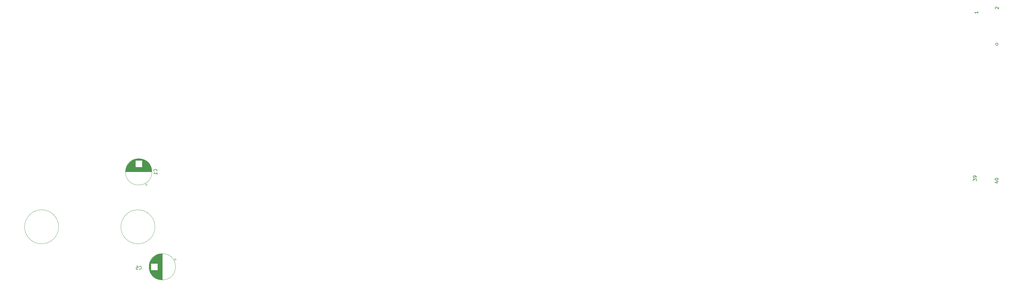
<source format=gbr>
%TF.GenerationSoftware,KiCad,Pcbnew,5.1.7-a382d34a8~88~ubuntu18.04.1*%
%TF.CreationDate,2021-04-28T22:46:48-04:00*%
%TF.ProjectId,coco2,636f636f-322e-46b6-9963-61645f706362,1.0.1*%
%TF.SameCoordinates,Original*%
%TF.FileFunction,Legend,Bot*%
%TF.FilePolarity,Positive*%
%FSLAX46Y46*%
G04 Gerber Fmt 4.6, Leading zero omitted, Abs format (unit mm)*
G04 Created by KiCad (PCBNEW 5.1.7-a382d34a8~88~ubuntu18.04.1) date 2021-04-28 22:46:48*
%MOMM*%
%LPD*%
G01*
G04 APERTURE LIST*
%ADD10C,0.120000*%
%ADD11C,0.152400*%
%ADD12C,0.150000*%
G04 APERTURE END LIST*
D10*
X66565073Y-128250000D02*
G75*
G03*
X66565073Y-128250000I-5315073J0D01*
G01*
X36565073Y-128250000D02*
G75*
G03*
X36565073Y-128250000I-5315073J0D01*
G01*
D11*
%TO.C,J6*%
X329201000Y-71255000D02*
G75*
G03*
X329201000Y-71255000I-381000J0D01*
G01*
D10*
%TO.C,C1*%
X65610000Y-111080000D02*
G75*
G03*
X65610000Y-111080000I-4120000J0D01*
G01*
X65570000Y-111080000D02*
X57410000Y-111080000D01*
X65570000Y-111040000D02*
X57410000Y-111040000D01*
X65570000Y-111000000D02*
X57410000Y-111000000D01*
X65569000Y-110960000D02*
X57411000Y-110960000D01*
X65567000Y-110920000D02*
X57413000Y-110920000D01*
X65566000Y-110880000D02*
X57414000Y-110880000D01*
X65564000Y-110840000D02*
X57416000Y-110840000D01*
X65561000Y-110800000D02*
X57419000Y-110800000D01*
X65558000Y-110760000D02*
X57422000Y-110760000D01*
X65555000Y-110720000D02*
X57425000Y-110720000D01*
X65551000Y-110680000D02*
X57429000Y-110680000D01*
X65547000Y-110640000D02*
X57433000Y-110640000D01*
X65542000Y-110600000D02*
X57438000Y-110600000D01*
X65538000Y-110560000D02*
X57442000Y-110560000D01*
X65532000Y-110520000D02*
X57448000Y-110520000D01*
X65527000Y-110480000D02*
X57453000Y-110480000D01*
X65520000Y-110440000D02*
X57460000Y-110440000D01*
X65514000Y-110400000D02*
X57466000Y-110400000D01*
X65507000Y-110359000D02*
X57473000Y-110359000D01*
X65500000Y-110319000D02*
X57480000Y-110319000D01*
X65492000Y-110279000D02*
X57488000Y-110279000D01*
X65484000Y-110239000D02*
X57496000Y-110239000D01*
X65475000Y-110199000D02*
X57505000Y-110199000D01*
X65466000Y-110159000D02*
X57514000Y-110159000D01*
X65457000Y-110119000D02*
X57523000Y-110119000D01*
X65447000Y-110079000D02*
X57533000Y-110079000D01*
X65437000Y-110039000D02*
X57543000Y-110039000D01*
X65426000Y-109999000D02*
X57554000Y-109999000D01*
X65415000Y-109959000D02*
X57565000Y-109959000D01*
X65404000Y-109919000D02*
X57576000Y-109919000D01*
X65392000Y-109879000D02*
X57588000Y-109879000D01*
X65379000Y-109839000D02*
X57601000Y-109839000D01*
X65367000Y-109799000D02*
X57613000Y-109799000D01*
X65353000Y-109759000D02*
X57627000Y-109759000D01*
X65340000Y-109719000D02*
X57640000Y-109719000D01*
X65325000Y-109679000D02*
X57655000Y-109679000D01*
X65311000Y-109639000D02*
X57669000Y-109639000D01*
X65295000Y-109599000D02*
X62530000Y-109599000D01*
X60450000Y-109599000D02*
X57685000Y-109599000D01*
X65280000Y-109559000D02*
X62530000Y-109559000D01*
X60450000Y-109559000D02*
X57700000Y-109559000D01*
X65264000Y-109519000D02*
X62530000Y-109519000D01*
X60450000Y-109519000D02*
X57716000Y-109519000D01*
X65247000Y-109479000D02*
X62530000Y-109479000D01*
X60450000Y-109479000D02*
X57733000Y-109479000D01*
X65230000Y-109439000D02*
X62530000Y-109439000D01*
X60450000Y-109439000D02*
X57750000Y-109439000D01*
X65212000Y-109399000D02*
X62530000Y-109399000D01*
X60450000Y-109399000D02*
X57768000Y-109399000D01*
X65194000Y-109359000D02*
X62530000Y-109359000D01*
X60450000Y-109359000D02*
X57786000Y-109359000D01*
X65176000Y-109319000D02*
X62530000Y-109319000D01*
X60450000Y-109319000D02*
X57804000Y-109319000D01*
X65156000Y-109279000D02*
X62530000Y-109279000D01*
X60450000Y-109279000D02*
X57824000Y-109279000D01*
X65137000Y-109239000D02*
X62530000Y-109239000D01*
X60450000Y-109239000D02*
X57843000Y-109239000D01*
X65117000Y-109199000D02*
X62530000Y-109199000D01*
X60450000Y-109199000D02*
X57863000Y-109199000D01*
X65096000Y-109159000D02*
X62530000Y-109159000D01*
X60450000Y-109159000D02*
X57884000Y-109159000D01*
X65074000Y-109119000D02*
X62530000Y-109119000D01*
X60450000Y-109119000D02*
X57906000Y-109119000D01*
X65052000Y-109079000D02*
X62530000Y-109079000D01*
X60450000Y-109079000D02*
X57928000Y-109079000D01*
X65030000Y-109039000D02*
X62530000Y-109039000D01*
X60450000Y-109039000D02*
X57950000Y-109039000D01*
X65007000Y-108999000D02*
X62530000Y-108999000D01*
X60450000Y-108999000D02*
X57973000Y-108999000D01*
X64983000Y-108959000D02*
X62530000Y-108959000D01*
X60450000Y-108959000D02*
X57997000Y-108959000D01*
X64959000Y-108919000D02*
X62530000Y-108919000D01*
X60450000Y-108919000D02*
X58021000Y-108919000D01*
X64934000Y-108879000D02*
X62530000Y-108879000D01*
X60450000Y-108879000D02*
X58046000Y-108879000D01*
X64908000Y-108839000D02*
X62530000Y-108839000D01*
X60450000Y-108839000D02*
X58072000Y-108839000D01*
X64882000Y-108799000D02*
X62530000Y-108799000D01*
X60450000Y-108799000D02*
X58098000Y-108799000D01*
X64855000Y-108759000D02*
X62530000Y-108759000D01*
X60450000Y-108759000D02*
X58125000Y-108759000D01*
X64828000Y-108719000D02*
X62530000Y-108719000D01*
X60450000Y-108719000D02*
X58152000Y-108719000D01*
X64799000Y-108679000D02*
X62530000Y-108679000D01*
X60450000Y-108679000D02*
X58181000Y-108679000D01*
X64770000Y-108639000D02*
X62530000Y-108639000D01*
X60450000Y-108639000D02*
X58210000Y-108639000D01*
X64740000Y-108599000D02*
X62530000Y-108599000D01*
X60450000Y-108599000D02*
X58240000Y-108599000D01*
X64710000Y-108559000D02*
X62530000Y-108559000D01*
X60450000Y-108559000D02*
X58270000Y-108559000D01*
X64679000Y-108519000D02*
X62530000Y-108519000D01*
X60450000Y-108519000D02*
X58301000Y-108519000D01*
X64646000Y-108479000D02*
X62530000Y-108479000D01*
X60450000Y-108479000D02*
X58334000Y-108479000D01*
X64614000Y-108439000D02*
X62530000Y-108439000D01*
X60450000Y-108439000D02*
X58366000Y-108439000D01*
X64580000Y-108399000D02*
X62530000Y-108399000D01*
X60450000Y-108399000D02*
X58400000Y-108399000D01*
X64545000Y-108359000D02*
X62530000Y-108359000D01*
X60450000Y-108359000D02*
X58435000Y-108359000D01*
X64509000Y-108319000D02*
X62530000Y-108319000D01*
X60450000Y-108319000D02*
X58471000Y-108319000D01*
X64473000Y-108279000D02*
X62530000Y-108279000D01*
X60450000Y-108279000D02*
X58507000Y-108279000D01*
X64435000Y-108239000D02*
X62530000Y-108239000D01*
X60450000Y-108239000D02*
X58545000Y-108239000D01*
X64397000Y-108199000D02*
X62530000Y-108199000D01*
X60450000Y-108199000D02*
X58583000Y-108199000D01*
X64357000Y-108159000D02*
X62530000Y-108159000D01*
X60450000Y-108159000D02*
X58623000Y-108159000D01*
X64316000Y-108119000D02*
X62530000Y-108119000D01*
X60450000Y-108119000D02*
X58664000Y-108119000D01*
X64274000Y-108079000D02*
X62530000Y-108079000D01*
X60450000Y-108079000D02*
X58706000Y-108079000D01*
X64231000Y-108039000D02*
X62530000Y-108039000D01*
X60450000Y-108039000D02*
X58749000Y-108039000D01*
X64187000Y-107999000D02*
X62530000Y-107999000D01*
X60450000Y-107999000D02*
X58793000Y-107999000D01*
X64141000Y-107959000D02*
X62530000Y-107959000D01*
X60450000Y-107959000D02*
X58839000Y-107959000D01*
X64094000Y-107919000D02*
X62530000Y-107919000D01*
X60450000Y-107919000D02*
X58886000Y-107919000D01*
X64046000Y-107879000D02*
X62530000Y-107879000D01*
X60450000Y-107879000D02*
X58934000Y-107879000D01*
X63995000Y-107839000D02*
X62530000Y-107839000D01*
X60450000Y-107839000D02*
X58985000Y-107839000D01*
X63944000Y-107799000D02*
X62530000Y-107799000D01*
X60450000Y-107799000D02*
X59036000Y-107799000D01*
X63890000Y-107759000D02*
X62530000Y-107759000D01*
X60450000Y-107759000D02*
X59090000Y-107759000D01*
X63835000Y-107719000D02*
X62530000Y-107719000D01*
X60450000Y-107719000D02*
X59145000Y-107719000D01*
X63777000Y-107679000D02*
X62530000Y-107679000D01*
X60450000Y-107679000D02*
X59203000Y-107679000D01*
X63718000Y-107639000D02*
X62530000Y-107639000D01*
X60450000Y-107639000D02*
X59262000Y-107639000D01*
X63656000Y-107599000D02*
X62530000Y-107599000D01*
X60450000Y-107599000D02*
X59324000Y-107599000D01*
X63592000Y-107559000D02*
X62530000Y-107559000D01*
X60450000Y-107559000D02*
X59388000Y-107559000D01*
X63524000Y-107519000D02*
X59456000Y-107519000D01*
X63454000Y-107479000D02*
X59526000Y-107479000D01*
X63380000Y-107439000D02*
X59600000Y-107439000D01*
X63303000Y-107399000D02*
X59677000Y-107399000D01*
X63221000Y-107359000D02*
X59759000Y-107359000D01*
X63135000Y-107319000D02*
X59845000Y-107319000D01*
X63042000Y-107279000D02*
X59938000Y-107279000D01*
X62943000Y-107239000D02*
X60037000Y-107239000D01*
X62836000Y-107199000D02*
X60144000Y-107199000D01*
X62719000Y-107159000D02*
X60261000Y-107159000D01*
X62588000Y-107119000D02*
X60392000Y-107119000D01*
X62438000Y-107079000D02*
X60542000Y-107079000D01*
X62258000Y-107039000D02*
X60722000Y-107039000D01*
X62023000Y-106999000D02*
X60957000Y-106999000D01*
X63805000Y-115489698D02*
X63805000Y-114689698D01*
X64205000Y-115089698D02*
X63405000Y-115089698D01*
%TO.C,C5*%
X72829698Y-138005000D02*
X72829698Y-138805000D01*
X73229698Y-138405000D02*
X72429698Y-138405000D01*
X64739000Y-140187000D02*
X64739000Y-141253000D01*
X64779000Y-139952000D02*
X64779000Y-141488000D01*
X64819000Y-139772000D02*
X64819000Y-141668000D01*
X64859000Y-139622000D02*
X64859000Y-141818000D01*
X64899000Y-139491000D02*
X64899000Y-141949000D01*
X64939000Y-139374000D02*
X64939000Y-142066000D01*
X64979000Y-139267000D02*
X64979000Y-142173000D01*
X65019000Y-139168000D02*
X65019000Y-142272000D01*
X65059000Y-139075000D02*
X65059000Y-142365000D01*
X65099000Y-138989000D02*
X65099000Y-142451000D01*
X65139000Y-138907000D02*
X65139000Y-142533000D01*
X65179000Y-138830000D02*
X65179000Y-142610000D01*
X65219000Y-138756000D02*
X65219000Y-142684000D01*
X65259000Y-138686000D02*
X65259000Y-142754000D01*
X65299000Y-141760000D02*
X65299000Y-142822000D01*
X65299000Y-138618000D02*
X65299000Y-139680000D01*
X65339000Y-141760000D02*
X65339000Y-142886000D01*
X65339000Y-138554000D02*
X65339000Y-139680000D01*
X65379000Y-141760000D02*
X65379000Y-142948000D01*
X65379000Y-138492000D02*
X65379000Y-139680000D01*
X65419000Y-141760000D02*
X65419000Y-143007000D01*
X65419000Y-138433000D02*
X65419000Y-139680000D01*
X65459000Y-141760000D02*
X65459000Y-143065000D01*
X65459000Y-138375000D02*
X65459000Y-139680000D01*
X65499000Y-141760000D02*
X65499000Y-143120000D01*
X65499000Y-138320000D02*
X65499000Y-139680000D01*
X65539000Y-141760000D02*
X65539000Y-143174000D01*
X65539000Y-138266000D02*
X65539000Y-139680000D01*
X65579000Y-141760000D02*
X65579000Y-143225000D01*
X65579000Y-138215000D02*
X65579000Y-139680000D01*
X65619000Y-141760000D02*
X65619000Y-143276000D01*
X65619000Y-138164000D02*
X65619000Y-139680000D01*
X65659000Y-141760000D02*
X65659000Y-143324000D01*
X65659000Y-138116000D02*
X65659000Y-139680000D01*
X65699000Y-141760000D02*
X65699000Y-143371000D01*
X65699000Y-138069000D02*
X65699000Y-139680000D01*
X65739000Y-141760000D02*
X65739000Y-143417000D01*
X65739000Y-138023000D02*
X65739000Y-139680000D01*
X65779000Y-141760000D02*
X65779000Y-143461000D01*
X65779000Y-137979000D02*
X65779000Y-139680000D01*
X65819000Y-141760000D02*
X65819000Y-143504000D01*
X65819000Y-137936000D02*
X65819000Y-139680000D01*
X65859000Y-141760000D02*
X65859000Y-143546000D01*
X65859000Y-137894000D02*
X65859000Y-139680000D01*
X65899000Y-141760000D02*
X65899000Y-143587000D01*
X65899000Y-137853000D02*
X65899000Y-139680000D01*
X65939000Y-141760000D02*
X65939000Y-143627000D01*
X65939000Y-137813000D02*
X65939000Y-139680000D01*
X65979000Y-141760000D02*
X65979000Y-143665000D01*
X65979000Y-137775000D02*
X65979000Y-139680000D01*
X66019000Y-141760000D02*
X66019000Y-143703000D01*
X66019000Y-137737000D02*
X66019000Y-139680000D01*
X66059000Y-141760000D02*
X66059000Y-143739000D01*
X66059000Y-137701000D02*
X66059000Y-139680000D01*
X66099000Y-141760000D02*
X66099000Y-143775000D01*
X66099000Y-137665000D02*
X66099000Y-139680000D01*
X66139000Y-141760000D02*
X66139000Y-143810000D01*
X66139000Y-137630000D02*
X66139000Y-139680000D01*
X66179000Y-141760000D02*
X66179000Y-143844000D01*
X66179000Y-137596000D02*
X66179000Y-139680000D01*
X66219000Y-141760000D02*
X66219000Y-143876000D01*
X66219000Y-137564000D02*
X66219000Y-139680000D01*
X66259000Y-141760000D02*
X66259000Y-143909000D01*
X66259000Y-137531000D02*
X66259000Y-139680000D01*
X66299000Y-141760000D02*
X66299000Y-143940000D01*
X66299000Y-137500000D02*
X66299000Y-139680000D01*
X66339000Y-141760000D02*
X66339000Y-143970000D01*
X66339000Y-137470000D02*
X66339000Y-139680000D01*
X66379000Y-141760000D02*
X66379000Y-144000000D01*
X66379000Y-137440000D02*
X66379000Y-139680000D01*
X66419000Y-141760000D02*
X66419000Y-144029000D01*
X66419000Y-137411000D02*
X66419000Y-139680000D01*
X66459000Y-141760000D02*
X66459000Y-144058000D01*
X66459000Y-137382000D02*
X66459000Y-139680000D01*
X66499000Y-141760000D02*
X66499000Y-144085000D01*
X66499000Y-137355000D02*
X66499000Y-139680000D01*
X66539000Y-141760000D02*
X66539000Y-144112000D01*
X66539000Y-137328000D02*
X66539000Y-139680000D01*
X66579000Y-141760000D02*
X66579000Y-144138000D01*
X66579000Y-137302000D02*
X66579000Y-139680000D01*
X66619000Y-141760000D02*
X66619000Y-144164000D01*
X66619000Y-137276000D02*
X66619000Y-139680000D01*
X66659000Y-141760000D02*
X66659000Y-144189000D01*
X66659000Y-137251000D02*
X66659000Y-139680000D01*
X66699000Y-141760000D02*
X66699000Y-144213000D01*
X66699000Y-137227000D02*
X66699000Y-139680000D01*
X66739000Y-141760000D02*
X66739000Y-144237000D01*
X66739000Y-137203000D02*
X66739000Y-139680000D01*
X66779000Y-141760000D02*
X66779000Y-144260000D01*
X66779000Y-137180000D02*
X66779000Y-139680000D01*
X66819000Y-141760000D02*
X66819000Y-144282000D01*
X66819000Y-137158000D02*
X66819000Y-139680000D01*
X66859000Y-141760000D02*
X66859000Y-144304000D01*
X66859000Y-137136000D02*
X66859000Y-139680000D01*
X66899000Y-141760000D02*
X66899000Y-144326000D01*
X66899000Y-137114000D02*
X66899000Y-139680000D01*
X66939000Y-141760000D02*
X66939000Y-144347000D01*
X66939000Y-137093000D02*
X66939000Y-139680000D01*
X66979000Y-141760000D02*
X66979000Y-144367000D01*
X66979000Y-137073000D02*
X66979000Y-139680000D01*
X67019000Y-141760000D02*
X67019000Y-144386000D01*
X67019000Y-137054000D02*
X67019000Y-139680000D01*
X67059000Y-141760000D02*
X67059000Y-144406000D01*
X67059000Y-137034000D02*
X67059000Y-139680000D01*
X67099000Y-141760000D02*
X67099000Y-144424000D01*
X67099000Y-137016000D02*
X67099000Y-139680000D01*
X67139000Y-141760000D02*
X67139000Y-144442000D01*
X67139000Y-136998000D02*
X67139000Y-139680000D01*
X67179000Y-141760000D02*
X67179000Y-144460000D01*
X67179000Y-136980000D02*
X67179000Y-139680000D01*
X67219000Y-141760000D02*
X67219000Y-144477000D01*
X67219000Y-136963000D02*
X67219000Y-139680000D01*
X67259000Y-141760000D02*
X67259000Y-144494000D01*
X67259000Y-136946000D02*
X67259000Y-139680000D01*
X67299000Y-141760000D02*
X67299000Y-144510000D01*
X67299000Y-136930000D02*
X67299000Y-139680000D01*
X67339000Y-141760000D02*
X67339000Y-144525000D01*
X67339000Y-136915000D02*
X67339000Y-139680000D01*
X67379000Y-136899000D02*
X67379000Y-144541000D01*
X67419000Y-136885000D02*
X67419000Y-144555000D01*
X67459000Y-136870000D02*
X67459000Y-144570000D01*
X67499000Y-136857000D02*
X67499000Y-144583000D01*
X67539000Y-136843000D02*
X67539000Y-144597000D01*
X67579000Y-136831000D02*
X67579000Y-144609000D01*
X67619000Y-136818000D02*
X67619000Y-144622000D01*
X67659000Y-136806000D02*
X67659000Y-144634000D01*
X67699000Y-136795000D02*
X67699000Y-144645000D01*
X67739000Y-136784000D02*
X67739000Y-144656000D01*
X67779000Y-136773000D02*
X67779000Y-144667000D01*
X67819000Y-136763000D02*
X67819000Y-144677000D01*
X67859000Y-136753000D02*
X67859000Y-144687000D01*
X67899000Y-136744000D02*
X67899000Y-144696000D01*
X67939000Y-136735000D02*
X67939000Y-144705000D01*
X67979000Y-136726000D02*
X67979000Y-144714000D01*
X68019000Y-136718000D02*
X68019000Y-144722000D01*
X68059000Y-136710000D02*
X68059000Y-144730000D01*
X68099000Y-136703000D02*
X68099000Y-144737000D01*
X68140000Y-136696000D02*
X68140000Y-144744000D01*
X68180000Y-136690000D02*
X68180000Y-144750000D01*
X68220000Y-136683000D02*
X68220000Y-144757000D01*
X68260000Y-136678000D02*
X68260000Y-144762000D01*
X68300000Y-136672000D02*
X68300000Y-144768000D01*
X68340000Y-136668000D02*
X68340000Y-144772000D01*
X68380000Y-136663000D02*
X68380000Y-144777000D01*
X68420000Y-136659000D02*
X68420000Y-144781000D01*
X68460000Y-136655000D02*
X68460000Y-144785000D01*
X68500000Y-136652000D02*
X68500000Y-144788000D01*
X68540000Y-136649000D02*
X68540000Y-144791000D01*
X68580000Y-136646000D02*
X68580000Y-144794000D01*
X68620000Y-136644000D02*
X68620000Y-144796000D01*
X68660000Y-136643000D02*
X68660000Y-144797000D01*
X68700000Y-136641000D02*
X68700000Y-144799000D01*
X68740000Y-136640000D02*
X68740000Y-144800000D01*
X68780000Y-136640000D02*
X68780000Y-144800000D01*
X68820000Y-136640000D02*
X68820000Y-144800000D01*
X72940000Y-140720000D02*
G75*
G03*
X72940000Y-140720000I-4120000J0D01*
G01*
%TO.C,J6*%
D12*
X321492380Y-113899523D02*
X321492380Y-113280476D01*
X321873333Y-113613809D01*
X321873333Y-113470952D01*
X321920952Y-113375714D01*
X321968571Y-113328095D01*
X322063809Y-113280476D01*
X322301904Y-113280476D01*
X322397142Y-113328095D01*
X322444761Y-113375714D01*
X322492380Y-113470952D01*
X322492380Y-113756666D01*
X322444761Y-113851904D01*
X322397142Y-113899523D01*
X322492380Y-112804285D02*
X322492380Y-112613809D01*
X322444761Y-112518571D01*
X322397142Y-112470952D01*
X322254285Y-112375714D01*
X322063809Y-112328095D01*
X321682857Y-112328095D01*
X321587619Y-112375714D01*
X321540000Y-112423333D01*
X321492380Y-112518571D01*
X321492380Y-112709047D01*
X321540000Y-112804285D01*
X321587619Y-112851904D01*
X321682857Y-112899523D01*
X321920952Y-112899523D01*
X322016190Y-112851904D01*
X322063809Y-112804285D01*
X322111428Y-112709047D01*
X322111428Y-112518571D01*
X322063809Y-112423333D01*
X322016190Y-112375714D01*
X321920952Y-112328095D01*
X328585714Y-114115714D02*
X329252380Y-114115714D01*
X328204761Y-114353809D02*
X328919047Y-114591904D01*
X328919047Y-113972857D01*
X328252380Y-113401428D02*
X328252380Y-113306190D01*
X328300000Y-113210952D01*
X328347619Y-113163333D01*
X328442857Y-113115714D01*
X328633333Y-113068095D01*
X328871428Y-113068095D01*
X329061904Y-113115714D01*
X329157142Y-113163333D01*
X329204761Y-113210952D01*
X329252380Y-113306190D01*
X329252380Y-113401428D01*
X329204761Y-113496666D01*
X329157142Y-113544285D01*
X329061904Y-113591904D01*
X328871428Y-113639523D01*
X328633333Y-113639523D01*
X328442857Y-113591904D01*
X328347619Y-113544285D01*
X328300000Y-113496666D01*
X328252380Y-113401428D01*
X322922380Y-61044285D02*
X322922380Y-61615714D01*
X322922380Y-61330000D02*
X321922380Y-61330000D01*
X322065238Y-61425238D01*
X322160476Y-61520476D01*
X322208095Y-61615714D01*
X328447619Y-60215714D02*
X328400000Y-60168095D01*
X328352380Y-60072857D01*
X328352380Y-59834761D01*
X328400000Y-59739523D01*
X328447619Y-59691904D01*
X328542857Y-59644285D01*
X328638095Y-59644285D01*
X328780952Y-59691904D01*
X329352380Y-60263333D01*
X329352380Y-59644285D01*
%TO.C,C1*%
X67097142Y-110913333D02*
X67144761Y-110865714D01*
X67192380Y-110722857D01*
X67192380Y-110627619D01*
X67144761Y-110484761D01*
X67049523Y-110389523D01*
X66954285Y-110341904D01*
X66763809Y-110294285D01*
X66620952Y-110294285D01*
X66430476Y-110341904D01*
X66335238Y-110389523D01*
X66240000Y-110484761D01*
X66192380Y-110627619D01*
X66192380Y-110722857D01*
X66240000Y-110865714D01*
X66287619Y-110913333D01*
X67192380Y-111865714D02*
X67192380Y-111294285D01*
X67192380Y-111580000D02*
X66192380Y-111580000D01*
X66335238Y-111484761D01*
X66430476Y-111389523D01*
X66478095Y-111294285D01*
%TO.C,C5*%
X61676666Y-141437142D02*
X61724285Y-141484761D01*
X61867142Y-141532380D01*
X61962380Y-141532380D01*
X62105238Y-141484761D01*
X62200476Y-141389523D01*
X62248095Y-141294285D01*
X62295714Y-141103809D01*
X62295714Y-140960952D01*
X62248095Y-140770476D01*
X62200476Y-140675238D01*
X62105238Y-140580000D01*
X61962380Y-140532380D01*
X61867142Y-140532380D01*
X61724285Y-140580000D01*
X61676666Y-140627619D01*
X60771904Y-140532380D02*
X61248095Y-140532380D01*
X61295714Y-141008571D01*
X61248095Y-140960952D01*
X61152857Y-140913333D01*
X60914761Y-140913333D01*
X60819523Y-140960952D01*
X60771904Y-141008571D01*
X60724285Y-141103809D01*
X60724285Y-141341904D01*
X60771904Y-141437142D01*
X60819523Y-141484761D01*
X60914761Y-141532380D01*
X61152857Y-141532380D01*
X61248095Y-141484761D01*
X61295714Y-141437142D01*
%TD*%
M02*

</source>
